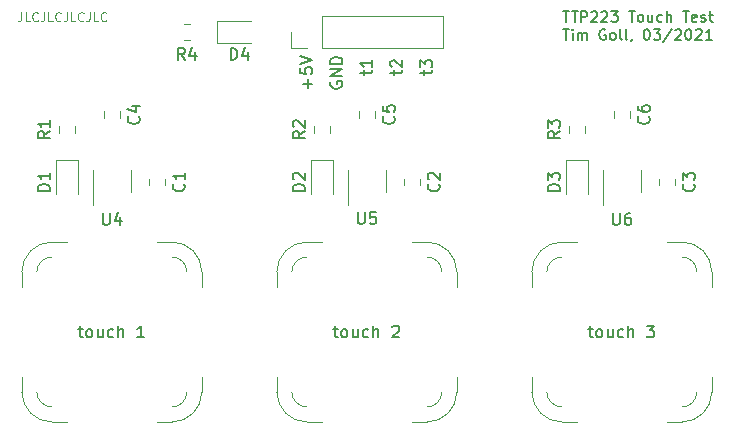
<source format=gbr>
%TF.GenerationSoftware,KiCad,Pcbnew,(5.1.6)-1*%
%TF.CreationDate,2021-04-07T17:59:20+02:00*%
%TF.ProjectId,touch_button_tester,746f7563-685f-4627-9574-746f6e5f7465,rev?*%
%TF.SameCoordinates,Original*%
%TF.FileFunction,Legend,Top*%
%TF.FilePolarity,Positive*%
%FSLAX46Y46*%
G04 Gerber Fmt 4.6, Leading zero omitted, Abs format (unit mm)*
G04 Created by KiCad (PCBNEW (5.1.6)-1) date 2021-04-07 17:59:20*
%MOMM*%
%LPD*%
G01*
G04 APERTURE LIST*
%ADD10C,0.120000*%
%ADD11C,0.150000*%
G04 APERTURE END LIST*
D10*
X72356571Y-74519285D02*
X72356571Y-75055000D01*
X72320857Y-75162142D01*
X72249428Y-75233571D01*
X72142285Y-75269285D01*
X72070857Y-75269285D01*
X73070857Y-75269285D02*
X72713714Y-75269285D01*
X72713714Y-74519285D01*
X73749428Y-75197857D02*
X73713714Y-75233571D01*
X73606571Y-75269285D01*
X73535142Y-75269285D01*
X73428000Y-75233571D01*
X73356571Y-75162142D01*
X73320857Y-75090714D01*
X73285142Y-74947857D01*
X73285142Y-74840714D01*
X73320857Y-74697857D01*
X73356571Y-74626428D01*
X73428000Y-74555000D01*
X73535142Y-74519285D01*
X73606571Y-74519285D01*
X73713714Y-74555000D01*
X73749428Y-74590714D01*
X74285142Y-74519285D02*
X74285142Y-75055000D01*
X74249428Y-75162142D01*
X74178000Y-75233571D01*
X74070857Y-75269285D01*
X73999428Y-75269285D01*
X74999428Y-75269285D02*
X74642285Y-75269285D01*
X74642285Y-74519285D01*
X75678000Y-75197857D02*
X75642285Y-75233571D01*
X75535142Y-75269285D01*
X75463714Y-75269285D01*
X75356571Y-75233571D01*
X75285142Y-75162142D01*
X75249428Y-75090714D01*
X75213714Y-74947857D01*
X75213714Y-74840714D01*
X75249428Y-74697857D01*
X75285142Y-74626428D01*
X75356571Y-74555000D01*
X75463714Y-74519285D01*
X75535142Y-74519285D01*
X75642285Y-74555000D01*
X75678000Y-74590714D01*
X76213714Y-74519285D02*
X76213714Y-75055000D01*
X76178000Y-75162142D01*
X76106571Y-75233571D01*
X75999428Y-75269285D01*
X75928000Y-75269285D01*
X76928000Y-75269285D02*
X76570857Y-75269285D01*
X76570857Y-74519285D01*
X77606571Y-75197857D02*
X77570857Y-75233571D01*
X77463714Y-75269285D01*
X77392285Y-75269285D01*
X77285142Y-75233571D01*
X77213714Y-75162142D01*
X77178000Y-75090714D01*
X77142285Y-74947857D01*
X77142285Y-74840714D01*
X77178000Y-74697857D01*
X77213714Y-74626428D01*
X77285142Y-74555000D01*
X77392285Y-74519285D01*
X77463714Y-74519285D01*
X77570857Y-74555000D01*
X77606571Y-74590714D01*
X78142285Y-74519285D02*
X78142285Y-75055000D01*
X78106571Y-75162142D01*
X78035142Y-75233571D01*
X77928000Y-75269285D01*
X77856571Y-75269285D01*
X78856571Y-75269285D02*
X78499428Y-75269285D01*
X78499428Y-74519285D01*
X79535142Y-75197857D02*
X79499428Y-75233571D01*
X79392285Y-75269285D01*
X79320857Y-75269285D01*
X79213714Y-75233571D01*
X79142285Y-75162142D01*
X79106571Y-75090714D01*
X79070857Y-74947857D01*
X79070857Y-74840714D01*
X79106571Y-74697857D01*
X79142285Y-74626428D01*
X79213714Y-74555000D01*
X79320857Y-74519285D01*
X79392285Y-74519285D01*
X79499428Y-74555000D01*
X79535142Y-74590714D01*
D11*
X118237928Y-74449142D02*
X118752214Y-74449142D01*
X118495071Y-75349142D02*
X118495071Y-74449142D01*
X118923642Y-74449142D02*
X119437928Y-74449142D01*
X119180785Y-75349142D02*
X119180785Y-74449142D01*
X119737928Y-75349142D02*
X119737928Y-74449142D01*
X120080785Y-74449142D01*
X120166500Y-74492000D01*
X120209357Y-74534857D01*
X120252214Y-74620571D01*
X120252214Y-74749142D01*
X120209357Y-74834857D01*
X120166500Y-74877714D01*
X120080785Y-74920571D01*
X119737928Y-74920571D01*
X120595071Y-74534857D02*
X120637928Y-74492000D01*
X120723642Y-74449142D01*
X120937928Y-74449142D01*
X121023642Y-74492000D01*
X121066500Y-74534857D01*
X121109357Y-74620571D01*
X121109357Y-74706285D01*
X121066500Y-74834857D01*
X120552214Y-75349142D01*
X121109357Y-75349142D01*
X121452214Y-74534857D02*
X121495071Y-74492000D01*
X121580785Y-74449142D01*
X121795071Y-74449142D01*
X121880785Y-74492000D01*
X121923642Y-74534857D01*
X121966500Y-74620571D01*
X121966500Y-74706285D01*
X121923642Y-74834857D01*
X121409357Y-75349142D01*
X121966500Y-75349142D01*
X122266500Y-74449142D02*
X122823642Y-74449142D01*
X122523642Y-74792000D01*
X122652214Y-74792000D01*
X122737928Y-74834857D01*
X122780785Y-74877714D01*
X122823642Y-74963428D01*
X122823642Y-75177714D01*
X122780785Y-75263428D01*
X122737928Y-75306285D01*
X122652214Y-75349142D01*
X122395071Y-75349142D01*
X122309357Y-75306285D01*
X122266500Y-75263428D01*
X123766500Y-74449142D02*
X124280785Y-74449142D01*
X124023642Y-75349142D02*
X124023642Y-74449142D01*
X124709357Y-75349142D02*
X124623642Y-75306285D01*
X124580785Y-75263428D01*
X124537928Y-75177714D01*
X124537928Y-74920571D01*
X124580785Y-74834857D01*
X124623642Y-74792000D01*
X124709357Y-74749142D01*
X124837928Y-74749142D01*
X124923642Y-74792000D01*
X124966500Y-74834857D01*
X125009357Y-74920571D01*
X125009357Y-75177714D01*
X124966500Y-75263428D01*
X124923642Y-75306285D01*
X124837928Y-75349142D01*
X124709357Y-75349142D01*
X125780785Y-74749142D02*
X125780785Y-75349142D01*
X125395071Y-74749142D02*
X125395071Y-75220571D01*
X125437928Y-75306285D01*
X125523642Y-75349142D01*
X125652214Y-75349142D01*
X125737928Y-75306285D01*
X125780785Y-75263428D01*
X126595071Y-75306285D02*
X126509357Y-75349142D01*
X126337928Y-75349142D01*
X126252214Y-75306285D01*
X126209357Y-75263428D01*
X126166500Y-75177714D01*
X126166500Y-74920571D01*
X126209357Y-74834857D01*
X126252214Y-74792000D01*
X126337928Y-74749142D01*
X126509357Y-74749142D01*
X126595071Y-74792000D01*
X126980785Y-75349142D02*
X126980785Y-74449142D01*
X127366500Y-75349142D02*
X127366500Y-74877714D01*
X127323642Y-74792000D01*
X127237928Y-74749142D01*
X127109357Y-74749142D01*
X127023642Y-74792000D01*
X126980785Y-74834857D01*
X128352214Y-74449142D02*
X128866500Y-74449142D01*
X128609357Y-75349142D02*
X128609357Y-74449142D01*
X129509357Y-75306285D02*
X129423642Y-75349142D01*
X129252214Y-75349142D01*
X129166500Y-75306285D01*
X129123642Y-75220571D01*
X129123642Y-74877714D01*
X129166500Y-74792000D01*
X129252214Y-74749142D01*
X129423642Y-74749142D01*
X129509357Y-74792000D01*
X129552214Y-74877714D01*
X129552214Y-74963428D01*
X129123642Y-75049142D01*
X129895071Y-75306285D02*
X129980785Y-75349142D01*
X130152214Y-75349142D01*
X130237928Y-75306285D01*
X130280785Y-75220571D01*
X130280785Y-75177714D01*
X130237928Y-75092000D01*
X130152214Y-75049142D01*
X130023642Y-75049142D01*
X129937928Y-75006285D01*
X129895071Y-74920571D01*
X129895071Y-74877714D01*
X129937928Y-74792000D01*
X130023642Y-74749142D01*
X130152214Y-74749142D01*
X130237928Y-74792000D01*
X130537928Y-74749142D02*
X130880785Y-74749142D01*
X130666500Y-74449142D02*
X130666500Y-75220571D01*
X130709357Y-75306285D01*
X130795071Y-75349142D01*
X130880785Y-75349142D01*
X118195071Y-75949142D02*
X118709357Y-75949142D01*
X118452214Y-76849142D02*
X118452214Y-75949142D01*
X119009357Y-76849142D02*
X119009357Y-76249142D01*
X119009357Y-75949142D02*
X118966500Y-75992000D01*
X119009357Y-76034857D01*
X119052214Y-75992000D01*
X119009357Y-75949142D01*
X119009357Y-76034857D01*
X119437928Y-76849142D02*
X119437928Y-76249142D01*
X119437928Y-76334857D02*
X119480785Y-76292000D01*
X119566500Y-76249142D01*
X119695071Y-76249142D01*
X119780785Y-76292000D01*
X119823642Y-76377714D01*
X119823642Y-76849142D01*
X119823642Y-76377714D02*
X119866500Y-76292000D01*
X119952214Y-76249142D01*
X120080785Y-76249142D01*
X120166500Y-76292000D01*
X120209357Y-76377714D01*
X120209357Y-76849142D01*
X121795071Y-75992000D02*
X121709357Y-75949142D01*
X121580785Y-75949142D01*
X121452214Y-75992000D01*
X121366500Y-76077714D01*
X121323642Y-76163428D01*
X121280785Y-76334857D01*
X121280785Y-76463428D01*
X121323642Y-76634857D01*
X121366500Y-76720571D01*
X121452214Y-76806285D01*
X121580785Y-76849142D01*
X121666500Y-76849142D01*
X121795071Y-76806285D01*
X121837928Y-76763428D01*
X121837928Y-76463428D01*
X121666500Y-76463428D01*
X122352214Y-76849142D02*
X122266500Y-76806285D01*
X122223642Y-76763428D01*
X122180785Y-76677714D01*
X122180785Y-76420571D01*
X122223642Y-76334857D01*
X122266500Y-76292000D01*
X122352214Y-76249142D01*
X122480785Y-76249142D01*
X122566500Y-76292000D01*
X122609357Y-76334857D01*
X122652214Y-76420571D01*
X122652214Y-76677714D01*
X122609357Y-76763428D01*
X122566500Y-76806285D01*
X122480785Y-76849142D01*
X122352214Y-76849142D01*
X123166500Y-76849142D02*
X123080785Y-76806285D01*
X123037928Y-76720571D01*
X123037928Y-75949142D01*
X123637928Y-76849142D02*
X123552214Y-76806285D01*
X123509357Y-76720571D01*
X123509357Y-75949142D01*
X124023642Y-76806285D02*
X124023642Y-76849142D01*
X123980785Y-76934857D01*
X123937928Y-76977714D01*
X125266500Y-75949142D02*
X125352214Y-75949142D01*
X125437928Y-75992000D01*
X125480785Y-76034857D01*
X125523642Y-76120571D01*
X125566500Y-76292000D01*
X125566500Y-76506285D01*
X125523642Y-76677714D01*
X125480785Y-76763428D01*
X125437928Y-76806285D01*
X125352214Y-76849142D01*
X125266500Y-76849142D01*
X125180785Y-76806285D01*
X125137928Y-76763428D01*
X125095071Y-76677714D01*
X125052214Y-76506285D01*
X125052214Y-76292000D01*
X125095071Y-76120571D01*
X125137928Y-76034857D01*
X125180785Y-75992000D01*
X125266500Y-75949142D01*
X125866500Y-75949142D02*
X126423642Y-75949142D01*
X126123642Y-76292000D01*
X126252214Y-76292000D01*
X126337928Y-76334857D01*
X126380785Y-76377714D01*
X126423642Y-76463428D01*
X126423642Y-76677714D01*
X126380785Y-76763428D01*
X126337928Y-76806285D01*
X126252214Y-76849142D01*
X125995071Y-76849142D01*
X125909357Y-76806285D01*
X125866500Y-76763428D01*
X127452214Y-75906285D02*
X126680785Y-77063428D01*
X127709357Y-76034857D02*
X127752214Y-75992000D01*
X127837928Y-75949142D01*
X128052214Y-75949142D01*
X128137928Y-75992000D01*
X128180785Y-76034857D01*
X128223642Y-76120571D01*
X128223642Y-76206285D01*
X128180785Y-76334857D01*
X127666500Y-76849142D01*
X128223642Y-76849142D01*
X128780785Y-75949142D02*
X128866500Y-75949142D01*
X128952214Y-75992000D01*
X128995071Y-76034857D01*
X129037928Y-76120571D01*
X129080785Y-76292000D01*
X129080785Y-76506285D01*
X129037928Y-76677714D01*
X128995071Y-76763428D01*
X128952214Y-76806285D01*
X128866500Y-76849142D01*
X128780785Y-76849142D01*
X128695071Y-76806285D01*
X128652214Y-76763428D01*
X128609357Y-76677714D01*
X128566500Y-76506285D01*
X128566500Y-76292000D01*
X128609357Y-76120571D01*
X128652214Y-76034857D01*
X128695071Y-75992000D01*
X128780785Y-75949142D01*
X129423642Y-76034857D02*
X129466500Y-75992000D01*
X129552214Y-75949142D01*
X129766500Y-75949142D01*
X129852214Y-75992000D01*
X129895071Y-76034857D01*
X129937928Y-76120571D01*
X129937928Y-76206285D01*
X129895071Y-76334857D01*
X129380785Y-76849142D01*
X129937928Y-76849142D01*
X130795071Y-76849142D02*
X130280785Y-76849142D01*
X130537928Y-76849142D02*
X130537928Y-75949142D01*
X130452214Y-76077714D01*
X130366500Y-76163428D01*
X130280785Y-76206285D01*
X106465714Y-79817261D02*
X106465714Y-79436309D01*
X106132380Y-79674404D02*
X106989523Y-79674404D01*
X107084761Y-79626785D01*
X107132380Y-79531547D01*
X107132380Y-79436309D01*
X106132380Y-79198214D02*
X106132380Y-78579166D01*
X106513333Y-78912500D01*
X106513333Y-78769642D01*
X106560952Y-78674404D01*
X106608571Y-78626785D01*
X106703809Y-78579166D01*
X106941904Y-78579166D01*
X107037142Y-78626785D01*
X107084761Y-78674404D01*
X107132380Y-78769642D01*
X107132380Y-79055357D01*
X107084761Y-79150595D01*
X107037142Y-79198214D01*
X103925714Y-79817261D02*
X103925714Y-79436309D01*
X103592380Y-79674404D02*
X104449523Y-79674404D01*
X104544761Y-79626785D01*
X104592380Y-79531547D01*
X104592380Y-79436309D01*
X103687619Y-79150595D02*
X103640000Y-79102976D01*
X103592380Y-79007738D01*
X103592380Y-78769642D01*
X103640000Y-78674404D01*
X103687619Y-78626785D01*
X103782857Y-78579166D01*
X103878095Y-78579166D01*
X104020952Y-78626785D01*
X104592380Y-79198214D01*
X104592380Y-78579166D01*
X101385714Y-79817261D02*
X101385714Y-79436309D01*
X101052380Y-79674404D02*
X101909523Y-79674404D01*
X102004761Y-79626785D01*
X102052380Y-79531547D01*
X102052380Y-79436309D01*
X102052380Y-78579166D02*
X102052380Y-79150595D01*
X102052380Y-78864880D02*
X101052380Y-78864880D01*
X101195238Y-78960119D01*
X101290476Y-79055357D01*
X101338095Y-79150595D01*
X98560000Y-80420595D02*
X98512380Y-80515833D01*
X98512380Y-80658690D01*
X98560000Y-80801547D01*
X98655238Y-80896785D01*
X98750476Y-80944404D01*
X98940952Y-80992023D01*
X99083809Y-80992023D01*
X99274285Y-80944404D01*
X99369523Y-80896785D01*
X99464761Y-80801547D01*
X99512380Y-80658690D01*
X99512380Y-80563452D01*
X99464761Y-80420595D01*
X99417142Y-80372976D01*
X99083809Y-80372976D01*
X99083809Y-80563452D01*
X99512380Y-79944404D02*
X98512380Y-79944404D01*
X99512380Y-79372976D01*
X98512380Y-79372976D01*
X99512380Y-78896785D02*
X98512380Y-78896785D01*
X98512380Y-78658690D01*
X98560000Y-78515833D01*
X98655238Y-78420595D01*
X98750476Y-78372976D01*
X98940952Y-78325357D01*
X99083809Y-78325357D01*
X99274285Y-78372976D01*
X99369523Y-78420595D01*
X99464761Y-78515833D01*
X99512380Y-78658690D01*
X99512380Y-78896785D01*
X96591428Y-80944404D02*
X96591428Y-80182500D01*
X96972380Y-80563452D02*
X96210476Y-80563452D01*
X95972380Y-79230119D02*
X95972380Y-79706309D01*
X96448571Y-79753928D01*
X96400952Y-79706309D01*
X96353333Y-79611071D01*
X96353333Y-79372976D01*
X96400952Y-79277738D01*
X96448571Y-79230119D01*
X96543809Y-79182500D01*
X96781904Y-79182500D01*
X96877142Y-79230119D01*
X96924761Y-79277738D01*
X96972380Y-79372976D01*
X96972380Y-79611071D01*
X96924761Y-79706309D01*
X96877142Y-79753928D01*
X95972380Y-78896785D02*
X96972380Y-78563452D01*
X95972380Y-78230119D01*
D10*
%TO.C,C1*%
X84530000Y-89161252D02*
X84530000Y-88638748D01*
X83110000Y-89161252D02*
X83110000Y-88638748D01*
%TO.C,C2*%
X106120000Y-89161252D02*
X106120000Y-88638748D01*
X104700000Y-89161252D02*
X104700000Y-88638748D01*
%TO.C,C3*%
X127710000Y-89161252D02*
X127710000Y-88638748D01*
X126290000Y-89161252D02*
X126290000Y-88638748D01*
%TO.C,C4*%
X79300000Y-83446252D02*
X79300000Y-82923748D01*
X80720000Y-83446252D02*
X80720000Y-82923748D01*
%TO.C,C5*%
X100890000Y-83446252D02*
X100890000Y-82923748D01*
X102310000Y-83446252D02*
X102310000Y-82923748D01*
%TO.C,C6*%
X122480000Y-83446252D02*
X122480000Y-82923748D01*
X123900000Y-83446252D02*
X123900000Y-82923748D01*
%TO.C,D1*%
X75290000Y-87015000D02*
X75290000Y-89900000D01*
X77110000Y-87015000D02*
X75290000Y-87015000D01*
X77110000Y-89900000D02*
X77110000Y-87015000D01*
%TO.C,D2*%
X98700000Y-89900000D02*
X98700000Y-87015000D01*
X98700000Y-87015000D02*
X96880000Y-87015000D01*
X96880000Y-87015000D02*
X96880000Y-89900000D01*
%TO.C,D3*%
X118470000Y-87015000D02*
X118470000Y-89900000D01*
X120290000Y-87015000D02*
X118470000Y-87015000D01*
X120290000Y-89900000D02*
X120290000Y-87015000D01*
%TO.C,D4*%
X91805000Y-75290000D02*
X88920000Y-75290000D01*
X88920000Y-75290000D02*
X88920000Y-77110000D01*
X88920000Y-77110000D02*
X91805000Y-77110000D01*
%TO.C,J1*%
X108010000Y-77530000D02*
X108010000Y-74870000D01*
X97790000Y-77530000D02*
X108010000Y-77530000D01*
X97790000Y-74870000D02*
X108010000Y-74870000D01*
X97790000Y-77530000D02*
X97790000Y-74870000D01*
X96520000Y-77530000D02*
X95190000Y-77530000D01*
X95190000Y-77530000D02*
X95190000Y-76200000D01*
%TO.C,R1*%
X76910000Y-84716252D02*
X76910000Y-84193748D01*
X75490000Y-84716252D02*
X75490000Y-84193748D01*
%TO.C,R2*%
X97080000Y-84716252D02*
X97080000Y-84193748D01*
X98500000Y-84716252D02*
X98500000Y-84193748D01*
%TO.C,R3*%
X120090000Y-84716252D02*
X120090000Y-84193748D01*
X118670000Y-84716252D02*
X118670000Y-84193748D01*
%TO.C,R4*%
X86621252Y-76910000D02*
X86098748Y-76910000D01*
X86621252Y-75490000D02*
X86098748Y-75490000D01*
%TO.C,touch 1*%
X87630000Y-96520000D02*
X87630000Y-97790000D01*
X85090000Y-93980000D02*
X83820000Y-93980000D01*
X74930000Y-93980000D02*
X76200000Y-93980000D01*
X72390000Y-96520000D02*
X72390000Y-97790000D01*
X72390000Y-106680000D02*
X72390000Y-105410000D01*
X74930000Y-109220000D02*
X76200000Y-109220000D01*
X85090000Y-109220000D02*
X83820000Y-109220000D01*
X87630000Y-106680000D02*
X87630000Y-105410000D01*
X72390000Y-96520000D02*
G75*
G02*
X74930000Y-93980000I2540000J0D01*
G01*
X74930000Y-109220000D02*
G75*
G02*
X72390000Y-106680000I0J2540000D01*
G01*
X87630000Y-106680000D02*
G75*
G02*
X85090000Y-109220000I-2540000J0D01*
G01*
X85090000Y-93980000D02*
G75*
G02*
X87630000Y-96520000I0J-2540000D01*
G01*
X73660000Y-96520000D02*
G75*
G02*
X74930000Y-95250000I1270000J0D01*
G01*
X74930000Y-107950000D02*
G75*
G02*
X73660000Y-106680000I0J1270000D01*
G01*
X86360000Y-106680000D02*
G75*
G02*
X85090000Y-107950000I-1270000J0D01*
G01*
X85090000Y-95250000D02*
G75*
G02*
X86360000Y-96520000I0J-1270000D01*
G01*
%TO.C,touch 2*%
X109220000Y-96520000D02*
X109220000Y-97790000D01*
X106680000Y-93980000D02*
X105410000Y-93980000D01*
X96520000Y-93980000D02*
X97790000Y-93980000D01*
X93980000Y-96520000D02*
X93980000Y-97790000D01*
X93980000Y-106680000D02*
X93980000Y-105410000D01*
X96520000Y-109220000D02*
X97790000Y-109220000D01*
X106680000Y-109220000D02*
X105410000Y-109220000D01*
X109220000Y-106680000D02*
X109220000Y-105410000D01*
X93980000Y-96520000D02*
G75*
G02*
X96520000Y-93980000I2540000J0D01*
G01*
X96520000Y-109220000D02*
G75*
G02*
X93980000Y-106680000I0J2540000D01*
G01*
X109220000Y-106680000D02*
G75*
G02*
X106680000Y-109220000I-2540000J0D01*
G01*
X106680000Y-93980000D02*
G75*
G02*
X109220000Y-96520000I0J-2540000D01*
G01*
X95250000Y-96520000D02*
G75*
G02*
X96520000Y-95250000I1270000J0D01*
G01*
X96520000Y-107950000D02*
G75*
G02*
X95250000Y-106680000I0J1270000D01*
G01*
X107950000Y-106680000D02*
G75*
G02*
X106680000Y-107950000I-1270000J0D01*
G01*
X106680000Y-95250000D02*
G75*
G02*
X107950000Y-96520000I0J-1270000D01*
G01*
%TO.C,touch 3*%
X130810000Y-106680000D02*
X130810000Y-105410000D01*
X128270000Y-109220000D02*
X127000000Y-109220000D01*
X118110000Y-109220000D02*
X119380000Y-109220000D01*
X115570000Y-106680000D02*
X115570000Y-105410000D01*
X115570000Y-96520000D02*
X115570000Y-97790000D01*
X118110000Y-93980000D02*
X119380000Y-93980000D01*
X128270000Y-93980000D02*
X127000000Y-93980000D01*
X130810000Y-96520000D02*
X130810000Y-97790000D01*
X128270000Y-95250000D02*
G75*
G02*
X129540000Y-96520000I0J-1270000D01*
G01*
X129540000Y-106680000D02*
G75*
G02*
X128270000Y-107950000I-1270000J0D01*
G01*
X118110000Y-107950000D02*
G75*
G02*
X116840000Y-106680000I0J1270000D01*
G01*
X116840000Y-96520000D02*
G75*
G02*
X118110000Y-95250000I1270000J0D01*
G01*
X128270000Y-93980000D02*
G75*
G02*
X130810000Y-96520000I0J-2540000D01*
G01*
X130810000Y-106680000D02*
G75*
G02*
X128270000Y-109220000I-2540000J0D01*
G01*
X118110000Y-109220000D02*
G75*
G02*
X115570000Y-106680000I0J2540000D01*
G01*
X115570000Y-96520000D02*
G75*
G02*
X118110000Y-93980000I2540000J0D01*
G01*
%TO.C,U4*%
X81620000Y-89720000D02*
X81620000Y-87920000D01*
X78400000Y-87920000D02*
X78400000Y-90870000D01*
%TO.C,U5*%
X99990000Y-87920000D02*
X99990000Y-90870000D01*
X103210000Y-89720000D02*
X103210000Y-87920000D01*
%TO.C,U6*%
X124800000Y-89720000D02*
X124800000Y-87920000D01*
X121580000Y-87920000D02*
X121580000Y-90870000D01*
%TO.C,C1*%
D11*
X86082142Y-89066666D02*
X86129761Y-89114285D01*
X86177380Y-89257142D01*
X86177380Y-89352380D01*
X86129761Y-89495238D01*
X86034523Y-89590476D01*
X85939285Y-89638095D01*
X85748809Y-89685714D01*
X85605952Y-89685714D01*
X85415476Y-89638095D01*
X85320238Y-89590476D01*
X85225000Y-89495238D01*
X85177380Y-89352380D01*
X85177380Y-89257142D01*
X85225000Y-89114285D01*
X85272619Y-89066666D01*
X86177380Y-88114285D02*
X86177380Y-88685714D01*
X86177380Y-88400000D02*
X85177380Y-88400000D01*
X85320238Y-88495238D01*
X85415476Y-88590476D01*
X85463095Y-88685714D01*
%TO.C,C2*%
X107672142Y-89066666D02*
X107719761Y-89114285D01*
X107767380Y-89257142D01*
X107767380Y-89352380D01*
X107719761Y-89495238D01*
X107624523Y-89590476D01*
X107529285Y-89638095D01*
X107338809Y-89685714D01*
X107195952Y-89685714D01*
X107005476Y-89638095D01*
X106910238Y-89590476D01*
X106815000Y-89495238D01*
X106767380Y-89352380D01*
X106767380Y-89257142D01*
X106815000Y-89114285D01*
X106862619Y-89066666D01*
X106862619Y-88685714D02*
X106815000Y-88638095D01*
X106767380Y-88542857D01*
X106767380Y-88304761D01*
X106815000Y-88209523D01*
X106862619Y-88161904D01*
X106957857Y-88114285D01*
X107053095Y-88114285D01*
X107195952Y-88161904D01*
X107767380Y-88733333D01*
X107767380Y-88114285D01*
%TO.C,C3*%
X129262142Y-89066666D02*
X129309761Y-89114285D01*
X129357380Y-89257142D01*
X129357380Y-89352380D01*
X129309761Y-89495238D01*
X129214523Y-89590476D01*
X129119285Y-89638095D01*
X128928809Y-89685714D01*
X128785952Y-89685714D01*
X128595476Y-89638095D01*
X128500238Y-89590476D01*
X128405000Y-89495238D01*
X128357380Y-89352380D01*
X128357380Y-89257142D01*
X128405000Y-89114285D01*
X128452619Y-89066666D01*
X128357380Y-88733333D02*
X128357380Y-88114285D01*
X128738333Y-88447619D01*
X128738333Y-88304761D01*
X128785952Y-88209523D01*
X128833571Y-88161904D01*
X128928809Y-88114285D01*
X129166904Y-88114285D01*
X129262142Y-88161904D01*
X129309761Y-88209523D01*
X129357380Y-88304761D01*
X129357380Y-88590476D01*
X129309761Y-88685714D01*
X129262142Y-88733333D01*
%TO.C,C4*%
X82272142Y-83351666D02*
X82319761Y-83399285D01*
X82367380Y-83542142D01*
X82367380Y-83637380D01*
X82319761Y-83780238D01*
X82224523Y-83875476D01*
X82129285Y-83923095D01*
X81938809Y-83970714D01*
X81795952Y-83970714D01*
X81605476Y-83923095D01*
X81510238Y-83875476D01*
X81415000Y-83780238D01*
X81367380Y-83637380D01*
X81367380Y-83542142D01*
X81415000Y-83399285D01*
X81462619Y-83351666D01*
X81700714Y-82494523D02*
X82367380Y-82494523D01*
X81319761Y-82732619D02*
X82034047Y-82970714D01*
X82034047Y-82351666D01*
%TO.C,C5*%
X103862142Y-83351666D02*
X103909761Y-83399285D01*
X103957380Y-83542142D01*
X103957380Y-83637380D01*
X103909761Y-83780238D01*
X103814523Y-83875476D01*
X103719285Y-83923095D01*
X103528809Y-83970714D01*
X103385952Y-83970714D01*
X103195476Y-83923095D01*
X103100238Y-83875476D01*
X103005000Y-83780238D01*
X102957380Y-83637380D01*
X102957380Y-83542142D01*
X103005000Y-83399285D01*
X103052619Y-83351666D01*
X102957380Y-82446904D02*
X102957380Y-82923095D01*
X103433571Y-82970714D01*
X103385952Y-82923095D01*
X103338333Y-82827857D01*
X103338333Y-82589761D01*
X103385952Y-82494523D01*
X103433571Y-82446904D01*
X103528809Y-82399285D01*
X103766904Y-82399285D01*
X103862142Y-82446904D01*
X103909761Y-82494523D01*
X103957380Y-82589761D01*
X103957380Y-82827857D01*
X103909761Y-82923095D01*
X103862142Y-82970714D01*
%TO.C,C6*%
X125452142Y-83351666D02*
X125499761Y-83399285D01*
X125547380Y-83542142D01*
X125547380Y-83637380D01*
X125499761Y-83780238D01*
X125404523Y-83875476D01*
X125309285Y-83923095D01*
X125118809Y-83970714D01*
X124975952Y-83970714D01*
X124785476Y-83923095D01*
X124690238Y-83875476D01*
X124595000Y-83780238D01*
X124547380Y-83637380D01*
X124547380Y-83542142D01*
X124595000Y-83399285D01*
X124642619Y-83351666D01*
X124547380Y-82494523D02*
X124547380Y-82685000D01*
X124595000Y-82780238D01*
X124642619Y-82827857D01*
X124785476Y-82923095D01*
X124975952Y-82970714D01*
X125356904Y-82970714D01*
X125452142Y-82923095D01*
X125499761Y-82875476D01*
X125547380Y-82780238D01*
X125547380Y-82589761D01*
X125499761Y-82494523D01*
X125452142Y-82446904D01*
X125356904Y-82399285D01*
X125118809Y-82399285D01*
X125023571Y-82446904D01*
X124975952Y-82494523D01*
X124928333Y-82589761D01*
X124928333Y-82780238D01*
X124975952Y-82875476D01*
X125023571Y-82923095D01*
X125118809Y-82970714D01*
%TO.C,D1*%
X74747380Y-89638095D02*
X73747380Y-89638095D01*
X73747380Y-89400000D01*
X73795000Y-89257142D01*
X73890238Y-89161904D01*
X73985476Y-89114285D01*
X74175952Y-89066666D01*
X74318809Y-89066666D01*
X74509285Y-89114285D01*
X74604523Y-89161904D01*
X74699761Y-89257142D01*
X74747380Y-89400000D01*
X74747380Y-89638095D01*
X74747380Y-88114285D02*
X74747380Y-88685714D01*
X74747380Y-88400000D02*
X73747380Y-88400000D01*
X73890238Y-88495238D01*
X73985476Y-88590476D01*
X74033095Y-88685714D01*
%TO.C,D2*%
X96337380Y-89638095D02*
X95337380Y-89638095D01*
X95337380Y-89400000D01*
X95385000Y-89257142D01*
X95480238Y-89161904D01*
X95575476Y-89114285D01*
X95765952Y-89066666D01*
X95908809Y-89066666D01*
X96099285Y-89114285D01*
X96194523Y-89161904D01*
X96289761Y-89257142D01*
X96337380Y-89400000D01*
X96337380Y-89638095D01*
X95432619Y-88685714D02*
X95385000Y-88638095D01*
X95337380Y-88542857D01*
X95337380Y-88304761D01*
X95385000Y-88209523D01*
X95432619Y-88161904D01*
X95527857Y-88114285D01*
X95623095Y-88114285D01*
X95765952Y-88161904D01*
X96337380Y-88733333D01*
X96337380Y-88114285D01*
%TO.C,D3*%
X117927380Y-89638095D02*
X116927380Y-89638095D01*
X116927380Y-89400000D01*
X116975000Y-89257142D01*
X117070238Y-89161904D01*
X117165476Y-89114285D01*
X117355952Y-89066666D01*
X117498809Y-89066666D01*
X117689285Y-89114285D01*
X117784523Y-89161904D01*
X117879761Y-89257142D01*
X117927380Y-89400000D01*
X117927380Y-89638095D01*
X116927380Y-88733333D02*
X116927380Y-88114285D01*
X117308333Y-88447619D01*
X117308333Y-88304761D01*
X117355952Y-88209523D01*
X117403571Y-88161904D01*
X117498809Y-88114285D01*
X117736904Y-88114285D01*
X117832142Y-88161904D01*
X117879761Y-88209523D01*
X117927380Y-88304761D01*
X117927380Y-88590476D01*
X117879761Y-88685714D01*
X117832142Y-88733333D01*
%TO.C,D4*%
X90066904Y-78557380D02*
X90066904Y-77557380D01*
X90305000Y-77557380D01*
X90447857Y-77605000D01*
X90543095Y-77700238D01*
X90590714Y-77795476D01*
X90638333Y-77985952D01*
X90638333Y-78128809D01*
X90590714Y-78319285D01*
X90543095Y-78414523D01*
X90447857Y-78509761D01*
X90305000Y-78557380D01*
X90066904Y-78557380D01*
X91495476Y-77890714D02*
X91495476Y-78557380D01*
X91257380Y-77509761D02*
X91019285Y-78224047D01*
X91638333Y-78224047D01*
%TO.C,R1*%
X74747380Y-84621666D02*
X74271190Y-84955000D01*
X74747380Y-85193095D02*
X73747380Y-85193095D01*
X73747380Y-84812142D01*
X73795000Y-84716904D01*
X73842619Y-84669285D01*
X73937857Y-84621666D01*
X74080714Y-84621666D01*
X74175952Y-84669285D01*
X74223571Y-84716904D01*
X74271190Y-84812142D01*
X74271190Y-85193095D01*
X74747380Y-83669285D02*
X74747380Y-84240714D01*
X74747380Y-83955000D02*
X73747380Y-83955000D01*
X73890238Y-84050238D01*
X73985476Y-84145476D01*
X74033095Y-84240714D01*
%TO.C,R2*%
X96337380Y-84621666D02*
X95861190Y-84955000D01*
X96337380Y-85193095D02*
X95337380Y-85193095D01*
X95337380Y-84812142D01*
X95385000Y-84716904D01*
X95432619Y-84669285D01*
X95527857Y-84621666D01*
X95670714Y-84621666D01*
X95765952Y-84669285D01*
X95813571Y-84716904D01*
X95861190Y-84812142D01*
X95861190Y-85193095D01*
X95432619Y-84240714D02*
X95385000Y-84193095D01*
X95337380Y-84097857D01*
X95337380Y-83859761D01*
X95385000Y-83764523D01*
X95432619Y-83716904D01*
X95527857Y-83669285D01*
X95623095Y-83669285D01*
X95765952Y-83716904D01*
X96337380Y-84288333D01*
X96337380Y-83669285D01*
%TO.C,R3*%
X117927380Y-84621666D02*
X117451190Y-84955000D01*
X117927380Y-85193095D02*
X116927380Y-85193095D01*
X116927380Y-84812142D01*
X116975000Y-84716904D01*
X117022619Y-84669285D01*
X117117857Y-84621666D01*
X117260714Y-84621666D01*
X117355952Y-84669285D01*
X117403571Y-84716904D01*
X117451190Y-84812142D01*
X117451190Y-85193095D01*
X116927380Y-84288333D02*
X116927380Y-83669285D01*
X117308333Y-84002619D01*
X117308333Y-83859761D01*
X117355952Y-83764523D01*
X117403571Y-83716904D01*
X117498809Y-83669285D01*
X117736904Y-83669285D01*
X117832142Y-83716904D01*
X117879761Y-83764523D01*
X117927380Y-83859761D01*
X117927380Y-84145476D01*
X117879761Y-84240714D01*
X117832142Y-84288333D01*
%TO.C,R4*%
X86193333Y-78557380D02*
X85860000Y-78081190D01*
X85621904Y-78557380D02*
X85621904Y-77557380D01*
X86002857Y-77557380D01*
X86098095Y-77605000D01*
X86145714Y-77652619D01*
X86193333Y-77747857D01*
X86193333Y-77890714D01*
X86145714Y-77985952D01*
X86098095Y-78033571D01*
X86002857Y-78081190D01*
X85621904Y-78081190D01*
X87050476Y-77890714D02*
X87050476Y-78557380D01*
X86812380Y-77509761D02*
X86574285Y-78224047D01*
X87193333Y-78224047D01*
%TO.C,touch 1*%
X77176666Y-101385714D02*
X77557619Y-101385714D01*
X77319523Y-101052380D02*
X77319523Y-101909523D01*
X77367142Y-102004761D01*
X77462380Y-102052380D01*
X77557619Y-102052380D01*
X78033809Y-102052380D02*
X77938571Y-102004761D01*
X77890952Y-101957142D01*
X77843333Y-101861904D01*
X77843333Y-101576190D01*
X77890952Y-101480952D01*
X77938571Y-101433333D01*
X78033809Y-101385714D01*
X78176666Y-101385714D01*
X78271904Y-101433333D01*
X78319523Y-101480952D01*
X78367142Y-101576190D01*
X78367142Y-101861904D01*
X78319523Y-101957142D01*
X78271904Y-102004761D01*
X78176666Y-102052380D01*
X78033809Y-102052380D01*
X79224285Y-101385714D02*
X79224285Y-102052380D01*
X78795714Y-101385714D02*
X78795714Y-101909523D01*
X78843333Y-102004761D01*
X78938571Y-102052380D01*
X79081428Y-102052380D01*
X79176666Y-102004761D01*
X79224285Y-101957142D01*
X80129047Y-102004761D02*
X80033809Y-102052380D01*
X79843333Y-102052380D01*
X79748095Y-102004761D01*
X79700476Y-101957142D01*
X79652857Y-101861904D01*
X79652857Y-101576190D01*
X79700476Y-101480952D01*
X79748095Y-101433333D01*
X79843333Y-101385714D01*
X80033809Y-101385714D01*
X80129047Y-101433333D01*
X80557619Y-102052380D02*
X80557619Y-101052380D01*
X80986190Y-102052380D02*
X80986190Y-101528571D01*
X80938571Y-101433333D01*
X80843333Y-101385714D01*
X80700476Y-101385714D01*
X80605238Y-101433333D01*
X80557619Y-101480952D01*
X82748095Y-102052380D02*
X82176666Y-102052380D01*
X82462380Y-102052380D02*
X82462380Y-101052380D01*
X82367142Y-101195238D01*
X82271904Y-101290476D01*
X82176666Y-101338095D01*
%TO.C,touch 2*%
X98766666Y-101385714D02*
X99147619Y-101385714D01*
X98909523Y-101052380D02*
X98909523Y-101909523D01*
X98957142Y-102004761D01*
X99052380Y-102052380D01*
X99147619Y-102052380D01*
X99623809Y-102052380D02*
X99528571Y-102004761D01*
X99480952Y-101957142D01*
X99433333Y-101861904D01*
X99433333Y-101576190D01*
X99480952Y-101480952D01*
X99528571Y-101433333D01*
X99623809Y-101385714D01*
X99766666Y-101385714D01*
X99861904Y-101433333D01*
X99909523Y-101480952D01*
X99957142Y-101576190D01*
X99957142Y-101861904D01*
X99909523Y-101957142D01*
X99861904Y-102004761D01*
X99766666Y-102052380D01*
X99623809Y-102052380D01*
X100814285Y-101385714D02*
X100814285Y-102052380D01*
X100385714Y-101385714D02*
X100385714Y-101909523D01*
X100433333Y-102004761D01*
X100528571Y-102052380D01*
X100671428Y-102052380D01*
X100766666Y-102004761D01*
X100814285Y-101957142D01*
X101719047Y-102004761D02*
X101623809Y-102052380D01*
X101433333Y-102052380D01*
X101338095Y-102004761D01*
X101290476Y-101957142D01*
X101242857Y-101861904D01*
X101242857Y-101576190D01*
X101290476Y-101480952D01*
X101338095Y-101433333D01*
X101433333Y-101385714D01*
X101623809Y-101385714D01*
X101719047Y-101433333D01*
X102147619Y-102052380D02*
X102147619Y-101052380D01*
X102576190Y-102052380D02*
X102576190Y-101528571D01*
X102528571Y-101433333D01*
X102433333Y-101385714D01*
X102290476Y-101385714D01*
X102195238Y-101433333D01*
X102147619Y-101480952D01*
X103766666Y-101147619D02*
X103814285Y-101100000D01*
X103909523Y-101052380D01*
X104147619Y-101052380D01*
X104242857Y-101100000D01*
X104290476Y-101147619D01*
X104338095Y-101242857D01*
X104338095Y-101338095D01*
X104290476Y-101480952D01*
X103719047Y-102052380D01*
X104338095Y-102052380D01*
%TO.C,touch 3*%
X120356666Y-101385714D02*
X120737619Y-101385714D01*
X120499523Y-101052380D02*
X120499523Y-101909523D01*
X120547142Y-102004761D01*
X120642380Y-102052380D01*
X120737619Y-102052380D01*
X121213809Y-102052380D02*
X121118571Y-102004761D01*
X121070952Y-101957142D01*
X121023333Y-101861904D01*
X121023333Y-101576190D01*
X121070952Y-101480952D01*
X121118571Y-101433333D01*
X121213809Y-101385714D01*
X121356666Y-101385714D01*
X121451904Y-101433333D01*
X121499523Y-101480952D01*
X121547142Y-101576190D01*
X121547142Y-101861904D01*
X121499523Y-101957142D01*
X121451904Y-102004761D01*
X121356666Y-102052380D01*
X121213809Y-102052380D01*
X122404285Y-101385714D02*
X122404285Y-102052380D01*
X121975714Y-101385714D02*
X121975714Y-101909523D01*
X122023333Y-102004761D01*
X122118571Y-102052380D01*
X122261428Y-102052380D01*
X122356666Y-102004761D01*
X122404285Y-101957142D01*
X123309047Y-102004761D02*
X123213809Y-102052380D01*
X123023333Y-102052380D01*
X122928095Y-102004761D01*
X122880476Y-101957142D01*
X122832857Y-101861904D01*
X122832857Y-101576190D01*
X122880476Y-101480952D01*
X122928095Y-101433333D01*
X123023333Y-101385714D01*
X123213809Y-101385714D01*
X123309047Y-101433333D01*
X123737619Y-102052380D02*
X123737619Y-101052380D01*
X124166190Y-102052380D02*
X124166190Y-101528571D01*
X124118571Y-101433333D01*
X124023333Y-101385714D01*
X123880476Y-101385714D01*
X123785238Y-101433333D01*
X123737619Y-101480952D01*
X125309047Y-101052380D02*
X125928095Y-101052380D01*
X125594761Y-101433333D01*
X125737619Y-101433333D01*
X125832857Y-101480952D01*
X125880476Y-101528571D01*
X125928095Y-101623809D01*
X125928095Y-101861904D01*
X125880476Y-101957142D01*
X125832857Y-102004761D01*
X125737619Y-102052380D01*
X125451904Y-102052380D01*
X125356666Y-102004761D01*
X125309047Y-101957142D01*
%TO.C,U4*%
X79248095Y-91527380D02*
X79248095Y-92336904D01*
X79295714Y-92432142D01*
X79343333Y-92479761D01*
X79438571Y-92527380D01*
X79629047Y-92527380D01*
X79724285Y-92479761D01*
X79771904Y-92432142D01*
X79819523Y-92336904D01*
X79819523Y-91527380D01*
X80724285Y-91860714D02*
X80724285Y-92527380D01*
X80486190Y-91479761D02*
X80248095Y-92194047D01*
X80867142Y-92194047D01*
%TO.C,U5*%
X100838095Y-91447380D02*
X100838095Y-92256904D01*
X100885714Y-92352142D01*
X100933333Y-92399761D01*
X101028571Y-92447380D01*
X101219047Y-92447380D01*
X101314285Y-92399761D01*
X101361904Y-92352142D01*
X101409523Y-92256904D01*
X101409523Y-91447380D01*
X102361904Y-91447380D02*
X101885714Y-91447380D01*
X101838095Y-91923571D01*
X101885714Y-91875952D01*
X101980952Y-91828333D01*
X102219047Y-91828333D01*
X102314285Y-91875952D01*
X102361904Y-91923571D01*
X102409523Y-92018809D01*
X102409523Y-92256904D01*
X102361904Y-92352142D01*
X102314285Y-92399761D01*
X102219047Y-92447380D01*
X101980952Y-92447380D01*
X101885714Y-92399761D01*
X101838095Y-92352142D01*
%TO.C,U6*%
X122428095Y-91527380D02*
X122428095Y-92336904D01*
X122475714Y-92432142D01*
X122523333Y-92479761D01*
X122618571Y-92527380D01*
X122809047Y-92527380D01*
X122904285Y-92479761D01*
X122951904Y-92432142D01*
X122999523Y-92336904D01*
X122999523Y-91527380D01*
X123904285Y-91527380D02*
X123713809Y-91527380D01*
X123618571Y-91575000D01*
X123570952Y-91622619D01*
X123475714Y-91765476D01*
X123428095Y-91955952D01*
X123428095Y-92336904D01*
X123475714Y-92432142D01*
X123523333Y-92479761D01*
X123618571Y-92527380D01*
X123809047Y-92527380D01*
X123904285Y-92479761D01*
X123951904Y-92432142D01*
X123999523Y-92336904D01*
X123999523Y-92098809D01*
X123951904Y-92003571D01*
X123904285Y-91955952D01*
X123809047Y-91908333D01*
X123618571Y-91908333D01*
X123523333Y-91955952D01*
X123475714Y-92003571D01*
X123428095Y-92098809D01*
%TD*%
M02*

</source>
